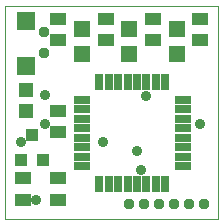
<source format=gts>
G75*
G70*
%OFA0B0*%
%FSLAX24Y24*%
%IPPOS*%
%LPD*%
%AMOC8*
5,1,8,0,0,1.08239X$1,22.5*
%
%ADD10C,0.0000*%
%ADD11R,0.0552X0.0395*%
%ADD12R,0.0395X0.0552*%
%ADD13R,0.0631X0.0631*%
%ADD14R,0.0552X0.0552*%
%ADD15R,0.0395X0.0434*%
%ADD16C,0.0370*%
%ADD17R,0.0474X0.0513*%
%ADD18R,0.0580X0.0300*%
%ADD19R,0.0300X0.0580*%
%ADD20C,0.0350*%
D10*
X004112Y009111D02*
X004112Y016198D01*
X011199Y016198D01*
X011199Y009111D01*
X004112Y009111D01*
D11*
X004703Y009741D03*
X004703Y010450D03*
X005884Y010450D03*
X005884Y009741D03*
X005884Y011985D03*
X005884Y012694D03*
X005884Y015056D03*
X005884Y015765D03*
X007459Y015765D03*
X007459Y015056D03*
X010608Y015056D03*
X010608Y015765D03*
D12*
G36*
X008758Y015568D02*
X008757Y015961D01*
X009308Y015962D01*
X009309Y015569D01*
X008758Y015568D01*
G37*
G36*
X008759Y014859D02*
X008758Y015252D01*
X009309Y015253D01*
X009310Y014860D01*
X008759Y014859D01*
G37*
D13*
X004801Y014190D03*
X004801Y015686D03*
D14*
X006671Y015430D03*
X006671Y014603D03*
X008246Y014603D03*
X008246Y015430D03*
X009821Y015430D03*
X009821Y014603D03*
D15*
X005372Y011080D03*
X004998Y011906D03*
X004624Y011080D03*
D16*
X005406Y014625D03*
X005406Y015332D03*
X008230Y009603D03*
X008730Y009603D03*
X009230Y009603D03*
X009730Y009603D03*
X010230Y009603D03*
X010730Y009603D03*
D17*
X004801Y012714D03*
X004801Y013383D03*
D18*
X006654Y013068D03*
X006654Y012753D03*
X006654Y012438D03*
X006654Y012123D03*
X006654Y011808D03*
X006654Y011493D03*
X006654Y011178D03*
X006654Y010863D03*
X010034Y010863D03*
X010034Y011178D03*
X010034Y011493D03*
X010034Y011808D03*
X010034Y012123D03*
X010034Y012438D03*
X010034Y012753D03*
X010034Y013068D03*
D19*
X009447Y013656D03*
X009132Y013656D03*
X008817Y013656D03*
X008502Y013656D03*
X008187Y013656D03*
X007872Y013656D03*
X007557Y013656D03*
X007242Y013656D03*
X007242Y010276D03*
X007557Y010276D03*
X007872Y010276D03*
X008187Y010276D03*
X008502Y010276D03*
X008817Y010276D03*
X009132Y010276D03*
X009447Y010276D03*
D20*
X008640Y010725D03*
X008502Y011355D03*
X007380Y011670D03*
X008817Y013206D03*
X010608Y012261D03*
X005451Y012261D03*
X005451Y013245D03*
X004624Y011670D03*
X005136Y009741D03*
M02*

</source>
